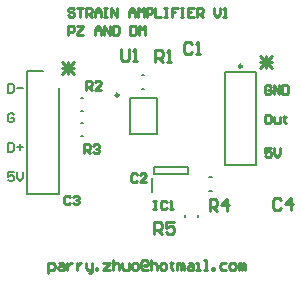
<source format=gbr>
%TF.GenerationSoftware,Altium Limited,Altium Designer,25.7.1 (20)*%
G04 Layer_Color=65535*
%FSLAX45Y45*%
%MOMM*%
%TF.SameCoordinates,8EC0096B-1770-4E53-A1A5-517F8E17CF1D*%
%TF.FilePolarity,Positive*%
%TF.FileFunction,Legend,Top*%
%TF.Part,Single*%
G01*
G75*
%TA.AperFunction,NonConductor*%
%ADD26C,0.25000*%
%ADD27C,0.20000*%
%ADD28C,0.25400*%
%ADD29C,0.15000*%
D26*
X2044500Y1838000D02*
G03*
X2044500Y1838000I-12500J0D01*
G01*
X999886Y1593700D02*
G03*
X999886Y1593700I-12500J0D01*
G01*
D27*
X1768000Y781454D02*
X1788000D01*
X1768000Y896454D02*
X1788000D01*
X2166500Y1001000D02*
Y1793000D01*
X1897500D02*
X2166500D01*
X1897500Y1001000D02*
Y1793000D01*
Y1001000D02*
X2166500D01*
X221140Y1798080D02*
X358140D01*
X221140Y752080D02*
Y1798080D01*
Y752080D02*
X495140D01*
Y1656080D01*
X1094886Y1261200D02*
X1324886D01*
X1094886Y1571200D02*
X1324886D01*
Y1261200D02*
Y1571200D01*
X1094886Y1261200D02*
Y1571200D01*
X1674210Y559696D02*
Y579696D01*
X1559210Y559696D02*
Y579696D01*
X682820Y1571200D02*
X702820D01*
X682820Y1456200D02*
X702820D01*
X1301698Y927161D02*
Y987161D01*
X1591698D01*
Y927161D02*
Y987161D01*
X1301698Y927161D02*
X1591698D01*
X1286698Y772162D02*
Y892161D01*
X1199886Y1762700D02*
X1219886D01*
X1199886Y1647700D02*
X1219886D01*
X682820Y1243650D02*
X702820D01*
X682820Y1358650D02*
X702820D01*
D28*
X625384Y2318811D02*
X612888Y2331307D01*
X587896D01*
X575400Y2318811D01*
Y2306315D01*
X587896Y2293819D01*
X612888D01*
X625384Y2281323D01*
Y2268827D01*
X612888Y2256331D01*
X587896D01*
X575400Y2268827D01*
X650376Y2331307D02*
X700360D01*
X675368D01*
Y2256331D01*
X725352D02*
Y2331307D01*
X762840D01*
X775336Y2318811D01*
Y2293819D01*
X762840Y2281323D01*
X725352D01*
X750344D02*
X775336Y2256331D01*
X800328D02*
Y2306315D01*
X825320Y2331307D01*
X850312Y2306315D01*
Y2256331D01*
Y2293819D01*
X800328D01*
X875304Y2331307D02*
X900296D01*
X887800D01*
Y2256331D01*
X875304D01*
X900296D01*
X937784D02*
Y2331307D01*
X987768Y2256331D01*
Y2331307D01*
X1087736Y2256331D02*
Y2306315D01*
X1112728Y2331307D01*
X1137720Y2306315D01*
Y2256331D01*
Y2293819D01*
X1087736D01*
X1162712Y2256331D02*
Y2331307D01*
X1187704Y2306315D01*
X1212696Y2331307D01*
Y2256331D01*
X1237688D02*
Y2331307D01*
X1275176D01*
X1287672Y2318811D01*
Y2293819D01*
X1275176Y2281323D01*
X1237688D01*
X1312664Y2331307D02*
Y2256331D01*
X1362648D01*
X1387640Y2331307D02*
X1412632D01*
X1400136D01*
Y2256331D01*
X1387640D01*
X1412632D01*
X1500103Y2331307D02*
X1450120D01*
Y2293819D01*
X1475112D01*
X1450120D01*
Y2256331D01*
X1525096Y2331307D02*
X1550088D01*
X1537592D01*
Y2256331D01*
X1525096D01*
X1550088D01*
X1637559Y2331307D02*
X1587575D01*
Y2256331D01*
X1637559D01*
X1587575Y2293819D02*
X1612568D01*
X1662551Y2256331D02*
Y2331307D01*
X1700039D01*
X1712535Y2318811D01*
Y2293819D01*
X1700039Y2281323D01*
X1662551D01*
X1687543D02*
X1712535Y2256331D01*
X1812503Y2331307D02*
Y2281323D01*
X1837495Y2256331D01*
X1862487Y2281323D01*
Y2331307D01*
X1887479Y2256331D02*
X1912471D01*
X1899975D01*
Y2331307D01*
X1887479Y2318811D01*
X575400Y2105400D02*
Y2180376D01*
X612888D01*
X625384Y2167880D01*
Y2142888D01*
X612888Y2130392D01*
X575400D01*
X650376Y2180376D02*
X700360D01*
Y2167880D01*
X650376Y2117896D01*
Y2105400D01*
X700360D01*
X800328D02*
Y2155384D01*
X825320Y2180376D01*
X850312Y2155384D01*
Y2105400D01*
Y2142888D01*
X800328D01*
X875304Y2105400D02*
Y2180376D01*
X925288Y2105400D01*
Y2180376D01*
X950280D02*
Y2105400D01*
X987768D01*
X1000264Y2117896D01*
Y2167880D01*
X987768Y2180376D01*
X950280D01*
X1100232D02*
Y2105400D01*
X1137720D01*
X1150216Y2117896D01*
Y2167880D01*
X1137720Y2180376D01*
X1100232D01*
X1175208Y2105400D02*
Y2180376D01*
X1200200Y2155384D01*
X1225192Y2180376D01*
Y2105400D01*
X406400Y88900D02*
Y168874D01*
X446387D01*
X459716Y155545D01*
Y128887D01*
X446387Y115558D01*
X406400D01*
X499703Y168874D02*
X526361D01*
X539690Y155545D01*
Y115558D01*
X499703D01*
X486374Y128887D01*
X499703Y142216D01*
X539690D01*
X566348Y168874D02*
Y115558D01*
Y142216D01*
X579678Y155545D01*
X593006Y168874D01*
X606336D01*
X646323D02*
Y115558D01*
Y142216D01*
X659652Y155545D01*
X672981Y168874D01*
X686310D01*
X726297D02*
Y128887D01*
X739626Y115558D01*
X779613D01*
Y102229D01*
X766284Y88900D01*
X752955D01*
X779613Y115558D02*
Y168874D01*
X806271Y115558D02*
Y128887D01*
X819600D01*
Y115558D01*
X806271D01*
X872916Y168874D02*
X926232D01*
X872916Y115558D01*
X926232D01*
X952890Y195532D02*
Y115558D01*
Y155545D01*
X966220Y168874D01*
X992878D01*
X1006207Y155545D01*
Y115558D01*
X1032865Y168874D02*
Y128887D01*
X1046194Y115558D01*
X1086181D01*
Y168874D01*
X1126168Y115558D02*
X1152826D01*
X1166155Y128887D01*
Y155545D01*
X1152826Y168874D01*
X1126168D01*
X1112839Y155545D01*
Y128887D01*
X1126168Y115558D01*
X1232800Y142216D02*
Y155545D01*
X1219471D01*
Y142216D01*
X1232800D01*
X1246129Y155545D01*
Y182203D01*
X1232800Y195532D01*
X1206142D01*
X1192813Y182203D01*
Y128887D01*
X1206142Y115558D01*
X1246129D01*
X1272787Y195532D02*
Y115558D01*
Y155545D01*
X1286116Y168874D01*
X1312774D01*
X1326103Y155545D01*
Y115558D01*
X1366090D02*
X1392749D01*
X1406077Y128887D01*
Y155545D01*
X1392749Y168874D01*
X1366090D01*
X1352761Y155545D01*
Y128887D01*
X1366090Y115558D01*
X1446065Y182203D02*
Y168874D01*
X1432736D01*
X1459394D01*
X1446065D01*
Y128887D01*
X1459394Y115558D01*
X1499381D02*
Y168874D01*
X1512710D01*
X1526039Y155545D01*
Y115558D01*
Y155545D01*
X1539368Y168874D01*
X1552697Y155545D01*
Y115558D01*
X1592684Y168874D02*
X1619342D01*
X1632671Y155545D01*
Y115558D01*
X1592684D01*
X1579355Y128887D01*
X1592684Y142216D01*
X1632671D01*
X1659329Y115558D02*
X1685987D01*
X1672658D01*
Y168874D01*
X1659329D01*
X1725974Y115558D02*
X1752633D01*
X1739304D01*
Y195532D01*
X1725974D01*
X1792620Y115558D02*
Y128887D01*
X1805949D01*
Y115558D01*
X1792620D01*
X1912581Y168874D02*
X1872594D01*
X1859265Y155545D01*
Y128887D01*
X1872594Y115558D01*
X1912581D01*
X1952568D02*
X1979226D01*
X1992555Y128887D01*
Y155545D01*
X1979226Y168874D01*
X1952568D01*
X1939239Y155545D01*
Y128887D01*
X1952568Y115558D01*
X2019213D02*
Y168874D01*
X2032543D01*
X2045871Y155545D01*
Y115558D01*
Y155545D01*
X2059201Y168874D01*
X2072530Y155545D01*
Y115558D01*
X1770894Y610416D02*
Y710384D01*
X1820877D01*
X1837539Y693723D01*
Y660400D01*
X1820877Y643739D01*
X1770894D01*
X1804216D02*
X1837539Y610416D01*
X1920845D02*
Y710384D01*
X1870861Y660400D01*
X1937506D01*
X2197077Y1818696D02*
X2298644Y1920263D01*
X2197077D02*
X2298644Y1818696D01*
X2197077Y1869479D02*
X2298644D01*
X2247860Y1920263D02*
Y1818696D01*
X2287724Y1665220D02*
X2275228Y1677716D01*
X2250236D01*
X2237740Y1665220D01*
Y1615236D01*
X2250236Y1602740D01*
X2275228D01*
X2287724Y1615236D01*
Y1640228D01*
X2262732D01*
X2312716Y1602740D02*
Y1677716D01*
X2362700Y1602740D01*
Y1677716D01*
X2387692D02*
Y1602740D01*
X2425180D01*
X2437676Y1615236D01*
Y1665220D01*
X2425180Y1677716D01*
X2387692D01*
X2277768Y1428796D02*
X2252776D01*
X2240280Y1416300D01*
Y1366316D01*
X2252776Y1353820D01*
X2277768D01*
X2290264Y1366316D01*
Y1416300D01*
X2277768Y1428796D01*
X2315256Y1403804D02*
Y1366316D01*
X2327752Y1353820D01*
X2365240D01*
Y1403804D01*
X2402728Y1416300D02*
Y1403804D01*
X2390232D01*
X2415224D01*
X2402728D01*
Y1366316D01*
X2415224Y1353820D01*
X2292804Y1141776D02*
X2242820D01*
Y1104288D01*
X2267812Y1116784D01*
X2280308D01*
X2292804Y1104288D01*
Y1079296D01*
X2280308Y1066800D01*
X2255316D01*
X2242820Y1079296D01*
X2317796Y1141776D02*
Y1091792D01*
X2342788Y1066800D01*
X2367780Y1091792D01*
Y1141776D01*
X627363Y1775477D02*
X525796Y1877043D01*
X627363D02*
X525796Y1775477D01*
X627363Y1826260D02*
X525796D01*
X576580Y1877043D02*
Y1775477D01*
X2376019Y703883D02*
X2359357Y720544D01*
X2326035D01*
X2309374Y703883D01*
Y637237D01*
X2326035Y620576D01*
X2359357D01*
X2376019Y637237D01*
X2459325Y620576D02*
Y720544D01*
X2409341Y670560D01*
X2475986D01*
X590324Y730312D02*
X577828Y742808D01*
X552836D01*
X540340Y730312D01*
Y680328D01*
X552836Y667832D01*
X577828D01*
X590324Y680328D01*
X615316Y730312D02*
X627812Y742808D01*
X652804D01*
X665300Y730312D01*
Y717816D01*
X652804Y705320D01*
X640308D01*
X652804D01*
X665300Y692824D01*
Y680328D01*
X652804Y667832D01*
X627812D01*
X615316Y680328D01*
X710820Y1101852D02*
Y1176828D01*
X748307D01*
X760803Y1164332D01*
Y1139340D01*
X748307Y1126844D01*
X710820D01*
X735812D02*
X760803Y1101852D01*
X785795Y1164332D02*
X798292Y1176828D01*
X823283D01*
X835779Y1164332D01*
Y1151836D01*
X823283Y1139340D01*
X810788D01*
X823283D01*
X835779Y1126844D01*
Y1114348D01*
X823283Y1101852D01*
X798292D01*
X785795Y1114348D01*
X723600Y1638272D02*
Y1713248D01*
X761088D01*
X773584Y1700752D01*
Y1675760D01*
X761088Y1663264D01*
X723600D01*
X748592D02*
X773584Y1638272D01*
X848560D02*
X798576D01*
X848560Y1688256D01*
Y1700752D01*
X836064Y1713248D01*
X811072D01*
X798576Y1700752D01*
X1300994Y419916D02*
Y519884D01*
X1350977D01*
X1367639Y503223D01*
Y469900D01*
X1350977Y453239D01*
X1300994D01*
X1334316D02*
X1367639Y419916D01*
X1467606Y519884D02*
X1400961D01*
Y469900D01*
X1434284Y486561D01*
X1450945D01*
X1467606Y469900D01*
Y436577D01*
X1450945Y419916D01*
X1417623D01*
X1400961Y436577D01*
X1021175Y1986184D02*
Y1902877D01*
X1037836Y1886216D01*
X1071159D01*
X1087820Y1902877D01*
Y1986184D01*
X1121143Y1886216D02*
X1154465D01*
X1137804D01*
Y1986184D01*
X1121143Y1969522D01*
X1311175Y1876216D02*
Y1976184D01*
X1361159D01*
X1377820Y1959522D01*
Y1926200D01*
X1361159Y1909538D01*
X1311175D01*
X1344497D02*
X1377820Y1876216D01*
X1411143D02*
X1444465D01*
X1427804D01*
Y1976184D01*
X1411143Y1959522D01*
X1295456Y700428D02*
X1320448D01*
X1307952D01*
Y625452D01*
X1295456D01*
X1320448D01*
X1407920Y687932D02*
X1395424Y700428D01*
X1370432D01*
X1357936Y687932D01*
Y637948D01*
X1370432Y625452D01*
X1395424D01*
X1407920Y637948D01*
X1432912Y625452D02*
X1457904D01*
X1445408D01*
Y700428D01*
X1432912Y687932D01*
X1157390Y919072D02*
X1144894Y931568D01*
X1119902D01*
X1107406Y919072D01*
Y869088D01*
X1119902Y856592D01*
X1144894D01*
X1157390Y869088D01*
X1232366Y856592D02*
X1182382D01*
X1232366Y906576D01*
Y919072D01*
X1219870Y931568D01*
X1194878D01*
X1182382Y919072D01*
X1624296Y2028493D02*
X1607635Y2045154D01*
X1574312D01*
X1557651Y2028493D01*
Y1961847D01*
X1574312Y1945186D01*
X1607635D01*
X1624296Y1961847D01*
X1657618Y1945186D02*
X1690941D01*
X1674280D01*
Y2045154D01*
X1657618Y2028493D01*
D29*
X114984Y939976D02*
X65000D01*
Y902488D01*
X89992Y914984D01*
X102487D01*
X114984Y902488D01*
Y877496D01*
X102487Y865000D01*
X77496D01*
X65000Y877496D01*
X139976Y939976D02*
Y889992D01*
X164968Y865000D01*
X189959Y889992D01*
Y939976D01*
X65000Y1189976D02*
Y1115000D01*
X102487D01*
X114984Y1127496D01*
Y1177480D01*
X102487Y1189976D01*
X65000D01*
X139976Y1152488D02*
X189959D01*
X164968Y1177480D02*
Y1127496D01*
X114984Y1427480D02*
X102487Y1439976D01*
X77496D01*
X65000Y1427480D01*
Y1377496D01*
X77496Y1365000D01*
X102487D01*
X114984Y1377496D01*
Y1402488D01*
X89992D01*
X65000Y1689976D02*
Y1615000D01*
X102487D01*
X114984Y1627496D01*
Y1677480D01*
X102487Y1689976D01*
X65000D01*
X139976Y1652488D02*
X189959D01*
%TF.MD5,bb7424fce2d24f42387438ad901367fc*%
M02*

</source>
